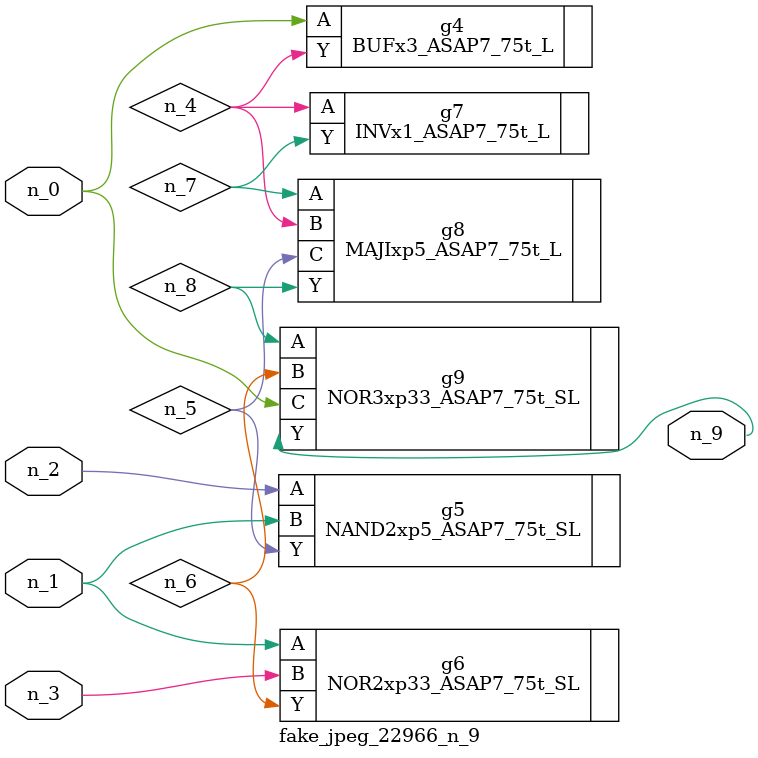
<source format=v>
module fake_jpeg_22966_n_9 (n_0, n_3, n_2, n_1, n_9);

input n_0;
input n_3;
input n_2;
input n_1;

output n_9;

wire n_4;
wire n_8;
wire n_6;
wire n_5;
wire n_7;

BUFx3_ASAP7_75t_L g4 ( 
.A(n_0),
.Y(n_4)
);

NAND2xp5_ASAP7_75t_SL g5 ( 
.A(n_2),
.B(n_1),
.Y(n_5)
);

NOR2xp33_ASAP7_75t_SL g6 ( 
.A(n_1),
.B(n_3),
.Y(n_6)
);

INVx1_ASAP7_75t_L g7 ( 
.A(n_4),
.Y(n_7)
);

MAJIxp5_ASAP7_75t_L g8 ( 
.A(n_7),
.B(n_4),
.C(n_5),
.Y(n_8)
);

NOR3xp33_ASAP7_75t_SL g9 ( 
.A(n_8),
.B(n_6),
.C(n_0),
.Y(n_9)
);


endmodule
</source>
